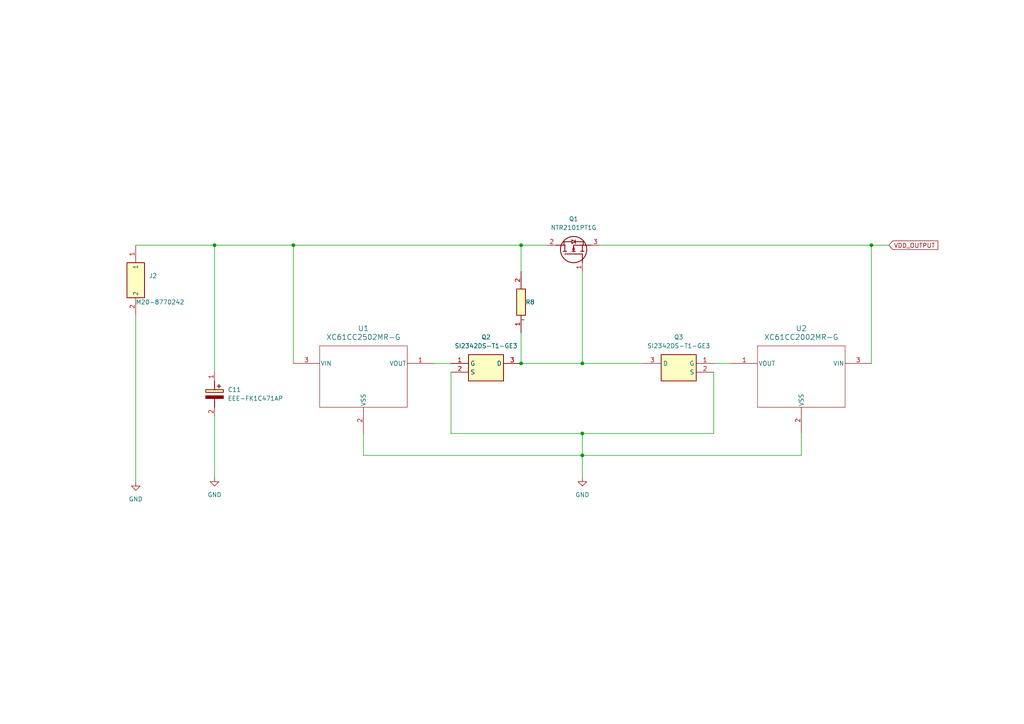
<source format=kicad_sch>
(kicad_sch (version 20230121) (generator eeschema)
  (paper "A4")
  (lib_symbols
    (symbol "EEE-FK1C471AP:EEE-FK1C471AP" (pin_names hide)
      (property "Reference" "C" (at 8.89 6.35 0))
      (property "Value" "EEE-FK1C471AP" (at 8.89 3.81 0))
      (symbol "EEE-FK1C471AP_1_1"
        (polyline (pts (xy 2.54 0) (xy 5.08 0)) (stroke (width 0.254)))
        (polyline (pts (xy 4.064 1.778) (xy 4.064 0.762)) (stroke (width 0.254)))
        (polyline (pts (xy 4.572 1.27) (xy 3.556 1.27)) (stroke (width 0.254)))
        (polyline (pts (xy 7.62 0) (xy 10.16 0)) (stroke (width 0.254)))
        (polyline (pts (xy 7.62 2.54) (xy 7.62 -2.54) (xy 6.858 -2.54) (xy 6.858 2.54) (xy 7.62 2.54)) (stroke (width 0.254)) (fill (type outline)))
        (rectangle (start 5.08 2.54) (end 5.842 -2.54) (stroke (width 0.254)) (fill (type background)))
        (pin passive line (at 0 0 0) (length 2.54) (name "+") (number "1"))
        (pin passive line (at 12.7 0 180) (length 2.54) (name "-") (number "2"))
      )
    )
    (symbol "NTR2101PT1G:NTR2101PT1G" (pin_names hide)
      (property "Reference" "Q" (at 11.43 3.81 0))
      (property "Value" "NTR2101PT1G" (at 11.43 1.27 0))
      (symbol "NTR2101PT1G_1_1"
        (polyline (pts (xy 2.54 0) (xy 5.08 0)) (stroke (width 0.254)))
        (polyline (pts (xy 5.08 5.08) (xy 5.08 0)) (stroke (width 0.254)))
        (polyline (pts (xy 5.842 -0.508) (xy 5.842 0.508)) (stroke (width 0.254)))
        (polyline (pts (xy 5.842 0) (xy 7.62 0)) (stroke (width 0.254)))
        (polyline (pts (xy 5.842 2.032) (xy 5.842 3.048)) (stroke (width 0.254)))
        (polyline (pts (xy 5.842 5.588) (xy 5.842 4.572)) (stroke (width 0.254)))
        (polyline (pts (xy 7.62 -0.254) (xy 8.636 -0.254)) (stroke (width 0.254)))
        (polyline (pts (xy 7.62 2.54) (xy 5.842 2.54)) (stroke (width 0.254)))
        (polyline (pts (xy 7.62 2.54) (xy 7.62 -2.54)) (stroke (width 0.254)))
        (polyline (pts (xy 7.62 5.08) (xy 5.842 5.08)) (stroke (width 0.254)))
        (polyline (pts (xy 7.62 5.08) (xy 7.62 7.62)) (stroke (width 0.254)))
        (polyline (pts (xy 7.62 5.334) (xy 8.636 5.334)) (stroke (width 0.254)))
        (polyline (pts (xy 8.128 2.032) (xy 9.144 2.032)) (stroke (width 0.254)))
        (polyline (pts (xy 8.128 3.048) (xy 9.144 3.048)) (stroke (width 0.254)))
        (polyline (pts (xy 8.636 2.032) (xy 8.128 3.048)) (stroke (width 0.254)))
        (polyline (pts (xy 8.636 2.032) (xy 8.636 -0.254)) (stroke (width 0.254)))
        (polyline (pts (xy 8.636 2.032) (xy 9.144 3.048)) (stroke (width 0.254)))
        (polyline (pts (xy 8.636 3.048) (xy 8.636 5.334)) (stroke (width 0.254)))
        (polyline (pts (xy 6.35 2.794) (xy 6.35 2.286) (xy 7.112 2.54) (xy 6.35 2.794)) (stroke (width 0.254)) (fill (type outline)))
        (circle (center 6.35 2.54) (radius 3.81) (stroke (width 0.254)))
        (pin passive line (at 0 0 0) (length 2.54) (name "G") (number "1"))
        (pin passive line (at 7.62 10.16 270) (length 2.54) (name "S") (number "2"))
        (pin passive line (at 7.62 -5.08 90) (length 2.54) (name "D") (number "3"))
      )
    )
    (symbol "PinHeader_1x2_smd:M20-8770242"
      (property "Reference" "J" (at 16.51 7.62 0))
      (property "Value" "M20-8770242" (at 16.51 5.08 0))
      (symbol "M20-8770242_1_1"
        (rectangle (start 5.08 2.54) (end 15.24 -2.54) (stroke (width 0.254)) (fill (type background)))
        (pin passive line (at 0 0 0) (length 5.08) (name "1") (number "1"))
        (pin passive line (at 20.32 0 180) (length 5.08) (name "2") (number "2"))
      )
    )
    (symbol "Resistor_0603:CRGS0603J560R" (pin_names hide)
      (property "Reference" "R" (at 13.97 6.35 0))
      (property "Value" "CRGS0603J560R" (at 13.97 3.81 0))
      (symbol "CRGS0603J560R_1_1"
        (rectangle (start 5.08 1.27) (end 12.7 -1.27) (stroke (width 0.254)) (fill (type background)))
        (pin passive line (at 0 0 0) (length 5.08) (name "1") (number "1"))
        (pin passive line (at 17.78 0 180) (length 5.08) (name "2") (number "2"))
      )
    )
    (symbol "SI2342DS-T1-GE3:SI2342DS-T1-GE3"
      (property "Reference" "Q" (at 16.51 7.62 0))
      (property "Value" "SI2342DS-T1-GE3" (at 16.51 5.08 0))
      (symbol "SI2342DS-T1-GE3_1_1"
        (rectangle (start 5.08 2.54) (end 15.24 -5.08) (stroke (width 0.254)) (fill (type background)))
        (pin passive line (at 0 0 0) (length 5.08) (name "G") (number "1"))
        (pin passive line (at 0 -2.54 0) (length 5.08) (name "S") (number "2"))
        (pin passive line (at 20.32 0 180) (length 5.08) (name "D") (number "3"))
      )
    )
    (symbol "XC61CC2002MR-G:XC61CC2002MR-G" (pin_names (offset 0.254))
      (property "Reference" "U" (at 20.32 10.16 0))
      (property "Value" "XC61CC2002MR-G" (at 20.32 7.62 0))
      (symbol "XC61CC2002MR-G_0_1"
        (polyline (pts (xy 7.62 -12.7) (xy 33.02 -12.7)) (stroke (width 0.127)))
        (polyline (pts (xy 7.62 5.08) (xy 7.62 -12.7)) (stroke (width 0.127)))
        (polyline (pts (xy 33.02 -12.7) (xy 33.02 5.08)) (stroke (width 0.127)))
        (polyline (pts (xy 33.02 5.08) (xy 7.62 5.08)) (stroke (width 0.127)))
        (pin output line (at 40.64 0 180) (length 7.62) (name "VOUT") (number "1"))
        (pin power_out line (at 20.32 -20.32 90) (length 7.62) (name "VSS") (number "2"))
        (pin power_in line (at 0 0 0) (length 7.62) (name "VIN") (number "3"))
      )
    )
    (symbol "XC61CC2502MR-G:XC61CC2502MR-G" (pin_names (offset 0.254))
      (property "Reference" "U" (at 20.32 10.16 0))
      (property "Value" "XC61CC2502MR-G" (at 20.32 7.62 0))
      (symbol "XC61CC2502MR-G_0_1"
        (polyline (pts (xy 7.62 -12.7) (xy 33.02 -12.7)) (stroke (width 0.127)))
        (polyline (pts (xy 7.62 5.08) (xy 7.62 -12.7)) (stroke (width 0.127)))
        (polyline (pts (xy 33.02 -12.7) (xy 33.02 5.08)) (stroke (width 0.127)))
        (polyline (pts (xy 33.02 5.08) (xy 7.62 5.08)) (stroke (width 0.127)))
        (pin output line (at 40.64 0 180) (length 7.62) (name "VOUT") (number "1"))
        (pin power_out line (at 20.32 -20.32 90) (length 7.62) (name "VSS") (number "2"))
        (pin power_in line (at 0 0 0) (length 7.62) (name "VIN") (number "3"))
      )
    )
    (symbol "power:GND" (power) (pin_names (offset 0))
      (property "Value" "GND" (at 0 -3.81 0))
      (symbol "GND_0_1"
        (polyline (pts (xy 0 0) (xy 0 -1.27) (xy 1.27 -1.27) (xy 0 -2.54) (xy -1.27 -1.27) (xy 0 -1.27)))
      )
      (symbol "GND_1_1"
        (pin power_in line (at 0 0 270) (length 0) hide (name "GND") (number "1"))
      )
    )
  )
  (junction (at 168.91 105.41))
  (junction (at 252.73 71.12))
  (junction (at 151.13 71.12))
  (junction (at 85.09 71.12))
  (junction (at 62.23 71.12))
  (junction (at 168.91 125.73))
  (junction (at 151.13 105.41))
  (junction (at 168.91 132.08))
  (wire (pts (xy 168.91 105.41) (xy 186.69 105.41)))
  (wire (pts (xy 168.91 125.73) (xy 207.01 125.73)))
  (wire (pts (xy 151.13 105.41) (xy 151.13 96.52)))
  (wire (pts (xy 85.09 71.12) (xy 151.13 71.12)))
  (wire (pts (xy 207.01 105.41) (xy 212.09 105.41)))
  (wire (pts (xy 130.81 125.73) (xy 168.91 125.73)))
  (wire (pts (xy 158.75 71.12) (xy 151.13 71.12)))
  (wire (pts (xy 252.73 71.12) (xy 252.73 105.41)))
  (wire (pts (xy 62.23 120.65) (xy 62.23 138.43)))
  (wire (pts (xy 168.91 132.08) (xy 232.41 132.08)))
  (wire (pts (xy 85.09 105.41) (xy 85.09 71.12)))
  (wire (pts (xy 168.91 78.74) (xy 168.91 105.41)))
  (wire (pts (xy 151.13 105.41) (xy 168.91 105.41)))
  (wire (pts (xy 62.23 71.12) (xy 85.09 71.12)))
  (wire (pts (xy 232.41 125.73) (xy 232.41 132.08)))
  (wire (pts (xy 168.91 132.08) (xy 168.91 138.43)))
  (wire (pts (xy 130.81 125.73) (xy 130.81 107.95)))
  (wire (pts (xy 173.99 71.12) (xy 252.73 71.12)))
  (wire (pts (xy 39.37 71.12) (xy 62.23 71.12)))
  (wire (pts (xy 105.41 132.08) (xy 168.91 132.08)))
  (wire (pts (xy 252.73 71.12) (xy 257.81 71.12)))
  (wire (pts (xy 125.73 105.41) (xy 130.81 105.41)))
  (wire (pts (xy 105.41 125.73) (xy 105.41 132.08)))
  (wire (pts (xy 151.13 71.12) (xy 151.13 78.74)))
  (wire (pts (xy 207.01 107.95) (xy 207.01 125.73)))
  (wire (pts (xy 168.91 125.73) (xy 168.91 132.08)))
  (wire (pts (xy 62.23 107.95) (xy 62.23 71.12)))
  (wire (pts (xy 39.37 91.44) (xy 39.37 139.7)))
  (global_label "VDD_OUTPUT" (shape input) (at 257.81 71.12 0) (property "Intersheetrefs" "${INTERSHEET_REFS}" (effects hide)))
  (symbol (lib_id "SI2342DS-T1-GE3:SI2342DS-T1-GE3") (at 207.01 105.41 0) (mirror y) (unit 1)
    (property "Reference" "Q3" (at 196.85 97.79 0))
    (property "Value" "SI2342DS-T1-GE3" (at 196.85 100.33 0))
    (property "Footprint" "Footprint Lib:SOT95P237X102-3N" (effects hide))
    (property "Datasheet" "http://www.vishay.com/docs/63302/si2342ds.pdf" (effects hide))
    (property "Height" "1.02" (effects hide))
    (property "Mouser Part Number" "78-SI2342DS-T1-GE3" (effects hide))
    (property "Mouser Price/Stock" "https://www.mouser.co.uk/ProductDetail/Vishay-Siliconix/SI2342DS-T1-GE3?qs=ROh%252BA47s9d0EG8kV%2FqrJ2w%3D%3D" (effects hide))
    (property "Manufacturer_Name" "Vishay" (effects hide))
    (property "Manufacturer_Part_Number" "SI2342DS-T1-GE3" (effects hide))
  )
  (symbol (lib_id "EEE-FK1C471AP:EEE-FK1C471AP") (at 62.23 107.95 270) (unit 1)
    (property "Reference" "C11" (at 66.04 113.03 90) (effects (justify left)))
    (property "Value" "EEE-FK1C471AP" (at 66.04 115.57 90) (effects (justify left)))
    (property "Footprint" "Footprint Lib:EEHZT1E331UP" (effects hide))
    (property "Datasheet" "http://industrial.panasonic.com/cdbs/www-data/pdf/RDE0000/ABA0000C1175.pdf" (effects hide))
    (property "Height" "10.8" (effects hide))
    (property "Mouser Part Number" "667-EEE-FK1C471AP" (effects hide))
    (property "Mouser Price/Stock" "https://www.mouser.co.uk/ProductDetail/Panasonic/EEE-FK1C471AP?qs=d1CqaRUMZD92J39HaUBfIg%3D%3D" (effects hide))
    (property "Manufacturer_Name" "Panasonic" (effects hide))
    (property "Manufacturer_Part_Number" "EEE-FK1C471AP" (effects hide))
  )
  (symbol (lib_id "XC61CC2002MR-G:XC61CC2002MR-G") (at 252.73 105.41 0) (mirror y) (unit 1)
    (property "Reference" "U2" (at 232.41 95.25 0) (effects (font (size 1.524 1.524))))
    (property "Value" "XC61CC2002MR-G" (at 232.41 97.79 0) (effects (font (size 1.524 1.524))))
    (property "Footprint" "Footprint Lib:XC61C_SOT-23_TOR" (effects hide))
    (property "Datasheet" "XC61CC2002MR-G" (effects hide))
  )
  (symbol (lib_id "power:GND") (at 62.23 138.43 0) (unit 1)
    (property "Reference" "#PWR029" (effects hide))
    (property "Value" "GND" (at 62.23 143.51 0))
  )
  (symbol (lib_id "SI2342DS-T1-GE3:SI2342DS-T1-GE3") (at 130.81 105.41 0) (unit 1)
    (property "Reference" "Q2" (at 140.97 97.79 0))
    (property "Value" "SI2342DS-T1-GE3" (at 140.97 100.33 0))
    (property "Footprint" "Footprint Lib:SOT95P237X102-3N" (effects hide))
    (property "Datasheet" "http://www.vishay.com/docs/63302/si2342ds.pdf" (effects hide))
    (property "Height" "1.02" (effects hide))
    (property "Mouser Part Number" "78-SI2342DS-T1-GE3" (effects hide))
    (property "Mouser Price/Stock" "https://www.mouser.co.uk/ProductDetail/Vishay-Siliconix/SI2342DS-T1-GE3?qs=ROh%252BA47s9d0EG8kV%2FqrJ2w%3D%3D" (effects hide))
    (property "Manufacturer_Name" "Vishay" (effects hide))
    (property "Manufacturer_Part_Number" "SI2342DS-T1-GE3" (effects hide))
  )
  (symbol (lib_id "power:GND") (at 168.91 138.43 0) (unit 1)
    (property "Reference" "#PWR028" (effects hide))
    (property "Value" "GND" (at 168.91 143.51 0))
  )
  (symbol (lib_id "PinHeader_1x2_smd:M20-8770242") (at 39.37 71.12 270) (unit 1)
    (property "Reference" "J2" (at 43.18 80.01 90) (effects (justify left)))
    (property "Value" "M20-8770242" (at 39.37 87.63 90) (effects (justify left)))
    (property "Footprint" "Footprint Lib:M20-8770242" (effects hide))
    (property "Datasheet" "https://cdn.harwin.com/pdfs/M20-877.pdf" (effects hide))
    (property "Mouser Part Number" "855-M20-8770242" (effects hide))
    (property "Mouser Price/Stock" "https://www.mouser.co.uk/ProductDetail/Harwin/M20-8770242?qs=ulE8k0yEMYZY%2FwW9bdqEKA%3D%3D" (effects hide))
    (property "Manufacturer_Name" "Harwin" (effects hide))
    (property "Manufacturer_Part_Number" "M20-8770242" (effects hide))
  )
  (symbol (lib_id "Resistor_0603:CRGS0603J560R") (at 151.13 96.52 90) (unit 1)
    (property "Reference" "R8" (at 152.4 87.63 90) (effects (justify right)))
    (property "Value" "~" (at 151.13 92.71 90) (effects (justify right)))
    (property "Footprint" "Footprint Lib:RESC1608X55N" (effects hide))
    (property "Datasheet" "http://www.te.com/commerce/DocumentDelivery/DDEController?Action=showdoc&DocId=Data+Sheet%7F9-1773463-8%7FB%7Fpdf%7FEnglish%7FENG_DS_9-1773463-8_B.pdf%7F3-2176243-7" (effects hide))
    (property "Height" "0.55" (effects hide))
    (property "Manufacturer_Name" "TE Connectivity" (effects hide))
    (property "Manufacturer_Part_Number" "CRGS0603J560R" (effects hide))
  )
  (symbol (lib_id "NTR2101PT1G:NTR2101PT1G") (at 168.91 78.74 90) (unit 1)
    (property "Reference" "Q1" (at 166.37 63.5 90))
    (property "Value" "NTR2101PT1G" (at 166.37 66.04 90))
    (property "Footprint" "Footprint Lib:SOT96P237X111-3N" (effects hide))
    (property "Datasheet" "http://www.onsemi.com/pub/Collateral/NTR2101P-D.PDF" (effects hide))
    (property "Height" "1.11" (effects hide))
    (property "Mouser Part Number" "863-NTR2101PT1G" (effects hide))
    (property "Mouser Price/Stock" "https://www.mouser.co.uk/ProductDetail/onsemi/NTR2101PT1G?qs=ZXBb0xZ9WeAElbwG%2FHcx4g%3D%3D" (effects hide))
    (property "Manufacturer_Name" "onsemi" (effects hide))
    (property "Manufacturer_Part_Number" "NTR2101PT1G" (effects hide))
  )
  (symbol (lib_id "power:GND") (at 39.37 139.7 0) (unit 1)
    (property "Reference" "#PWR030" (effects hide))
    (property "Value" "GND" (at 39.37 144.78 0))
  )
  (symbol (lib_id "XC61CC2502MR-G:XC61CC2502MR-G") (at 85.09 105.41 0) (unit 1)
    (property "Reference" "U1" (at 105.41 95.25 0) (effects (font (size 1.524 1.524))))
    (property "Value" "XC61CC2502MR-G" (at 105.41 97.79 0) (effects (font (size 1.524 1.524))))
    (property "Footprint" "Footprint Lib:XC61C_SOT-23_TOR" (effects hide))
    (property "Datasheet" "XC61CC2502MR-G" (effects hide))
  )
)
</source>
